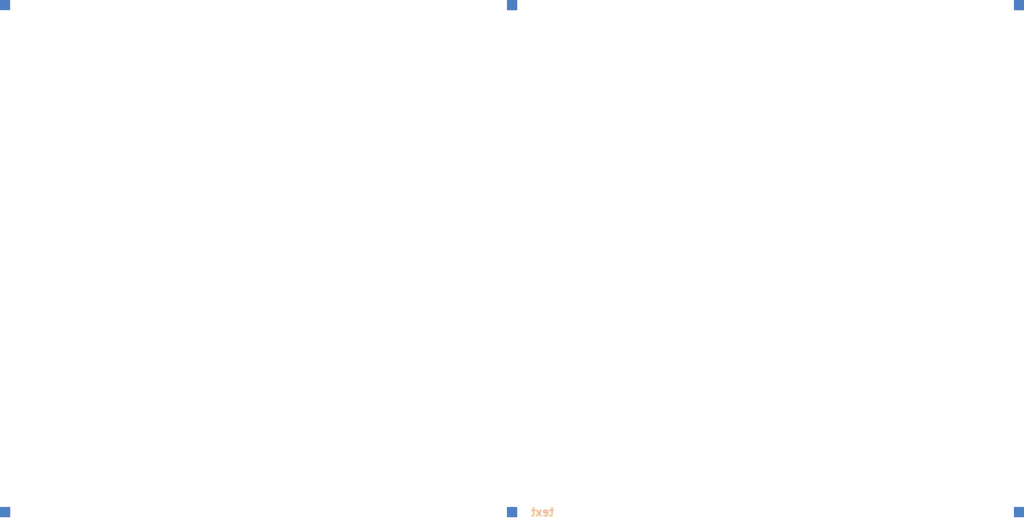
<source format=kicad_pcb>

            
(kicad_pcb (version 20211014) (generator pcbnew)

  (general
    (thickness 1.6)
  )

  (paper "A3")
  (title_block
    (title pcb)
    (rev v1.0.0)
    (company Unknown)
  )

  (layers
    (0 "F.Cu" signal)
    (31 "B.Cu" signal)
    (32 "B.Adhes" user "B.Adhesive")
    (33 "F.Adhes" user "F.Adhesive")
    (34 "B.Paste" user)
    (35 "F.Paste" user)
    (36 "B.SilkS" user "B.Silkscreen")
    (37 "F.SilkS" user "F.Silkscreen")
    (38 "B.Mask" user)
    (39 "F.Mask" user)
    (40 "Dwgs.User" user "User.Drawings")
    (41 "Cmts.User" user "User.Comments")
    (42 "Eco1.User" user "User.Eco1")
    (43 "Eco2.User" user "User.Eco2")
    (44 "Edge.Cuts" user)
    (45 "Margin" user)
    (46 "B.CrtYd" user "B.Courtyard")
    (47 "F.CrtYd" user "F.Courtyard")
    (48 "B.Fab" user)
    (49 "F.Fab" user)
  )

  (setup
    (last_trace_width 0.25)
    (trace_clearance 0.2)
    (zone_clearance 0.508)
    (zone_45_only no)
    (trace_min 0.2)
    (via_size 0.8)
    (via_drill 0.4)
    (via_min_size 0.4)
    (via_min_drill 0.3)
    (uvia_size 0.3)
    (uvia_drill 0.1)
    (uvias_allowed no)
    (uvia_min_size 0.2)
    (uvia_min_drill 0.1)
    (edge_width 0.05)
    (segment_width 0.2)
    (pcb_text_width 0.3)
    (pcb_text_size 1.5 1.5)
    (mod_edge_width 0.12)
    (mod_text_size 1 1)
    (mod_text_width 0.15)
    (pad_size 1.524 1.524)
    (pad_drill 0.762)
    (pad_to_mask_clearance 0.05)
    (aux_axis_origin 0 0)
    (visible_elements FFFFFF7F)
    (pcbplotparams
      (layerselection 0x00010fc_ffffffff)
      (disableapertmacros false)
      (usegerberextensions false)
      (usegerberattributes true)
      (usegerberadvancedattributes true)
      (creategerberjobfile true)
      (svguseinch false)
      (svgprecision 6)
      (excludeedgelayer true)
      (plotframeref false)
      (viasonmask false)
      (mode 1)
      (useauxorigin false)
      (hpglpennumber 1)
      (hpglpenspeed 20)
      (hpglpendiameter 15.000000)
      (dxfpolygonmode true)
      (dxfimperialunits true)
      (dxfusepcbnewfont true)
      (psnegative false)
      (psa4output false)
      (plotreference true)
      (plotvalue true)
      (plotinvisibletext false)
      (sketchpadsonfab false)
      (subtractmaskfromsilk false)
      (outputformat 1)
      (mirror false)
      (drillshape 1)
      (scaleselection 1)
      (outputdirectory "")
    )
  )

            (net 0 "")
(net 1 "net")
            
  (net_class Default "This is the default net class."
    (clearance 0.2)
    (trace_width 0.25)
    (via_dia 0.8)
    (via_drill 0.4)
    (uvia_dia 0.3)
    (uvia_drill 0.1)
    (add_net "")
(add_net "net")
  )

            
    
        (module SMDPad (layer F.Cu) (tedit 5B24D78E)

            (at 0 0 0)

            
            (fp_text reference "PAD1" (at 0 0) (layer F.SilkS) hide (effects (font (size 1.27 1.27) (thickness 0.15))))
            (fp_text value "" (at 0 0) (layer F.SilkS) hide (effects (font (size 1.27 1.27) (thickness 0.15))))
            
            
            (pad 1 smd rect (at 0 0 0) (size 1 1) (layers F.Cu F.Paste F.Mask) (net 1 "net"))

            (pad 1 smd rect (at 0 0 0) (size 1 1) (layers B.Cu B.Paste B.Mask) (net 1 "net"))

            
        )
    
        

    
        (module SMDPad (layer F.Cu) (tedit 5B24D78E)

            (at 50 0 0)

            
            (fp_text reference "PAD2" (at 0 0) (layer F.SilkS) hide (effects (font (size 1.27 1.27) (thickness 0.15))))
            (fp_text value "" (at 0 0) (layer F.SilkS) hide (effects (font (size 1.27 1.27) (thickness 0.15))))
            
            
            (pad 1 smd rect (at 0 0 0) (size 1 1) (layers F.Cu F.Paste F.Mask) (net 1 "net"))
(fp_text user text (at 3 0 0) (layer F.SilkS) (effects (font (size 0.8 0.8) (thickness 0.15)) ))
            (pad 1 smd rect (at 0 0 0) (size 1 1) (layers B.Cu B.Paste B.Mask) (net 1 "net"))
(fp_text user text (at 3 0 0) (layer B.SilkS) (effects (font (size 0.8 0.8) (thickness 0.15)) (justify mirror)))
            
        )
    
        

    
        (module SMDPad (layer F.Cu) (tedit 5B24D78E)

            (at 0 -50 0)

            
            (fp_text reference "PAD3" (at 0 0) (layer F.SilkS) hide (effects (font (size 1.27 1.27) (thickness 0.15))))
            (fp_text value "" (at 0 0) (layer F.SilkS) hide (effects (font (size 1.27 1.27) (thickness 0.15))))
            
            
            
            (pad 1 smd rect (at 0 0 0) (size 1 1) (layers B.Cu B.Paste B.Mask) (net 1 "net"))

            
        )
    
        

    
        (module SMDPad (layer F.Cu) (tedit 5B24D78E)

            (at 50 -50 0)

            
            (fp_text reference "PAD4" (at 0 0) (layer F.SilkS) hide (effects (font (size 1.27 1.27) (thickness 0.15))))
            (fp_text value "" (at 0 0) (layer F.SilkS) hide (effects (font (size 1.27 1.27) (thickness 0.15))))
            
            
            (pad 1 smd rect (at 0 0 0) (size 1 1) (layers F.Cu F.Paste F.Mask) (net 1 "net"))

            (pad 1 smd rect (at 0 0 0) (size 1 1) (layers B.Cu B.Paste B.Mask) (net 1 "net"))

            
        )
    
        

    
        (module SMDPad (layer F.Cu) (tedit 5B24D78E)

            (at 100 0 0)

            
            (fp_text reference "PAD5" (at 0 0) (layer F.SilkS) hide (effects (font (size 1.27 1.27) (thickness 0.15))))
            (fp_text value "" (at 0 0) (layer F.SilkS) hide (effects (font (size 1.27 1.27) (thickness 0.15))))
            
            
            (pad 1 smd rect (at 0 0 0) (size 1 1) (layers F.Cu F.Paste F.Mask) (net 1 "net"))

            (pad 1 smd rect (at 0 0 0) (size 1 1) (layers B.Cu B.Paste B.Mask) (net 1 "net"))

            
        )
    
        

    
        (module SMDPad (layer F.Cu) (tedit 5B24D78E)

            (at 100 -50 0)

            
            (fp_text reference "PAD6" (at 0 0) (layer F.SilkS) hide (effects (font (size 1.27 1.27) (thickness 0.15))))
            (fp_text value "" (at 0 0) (layer F.SilkS) hide (effects (font (size 1.27 1.27) (thickness 0.15))))
            
            
            (pad 1 smd rect (at 0 0 0) (size 1 1) (layers F.Cu F.Paste F.Mask) (net 1 "net"))

            (pad 1 smd rect (at 0 0 0) (size 1 1) (layers B.Cu B.Paste B.Mask) (net 1 "net"))

            
        )
    
        
            
            
)

        
</source>
